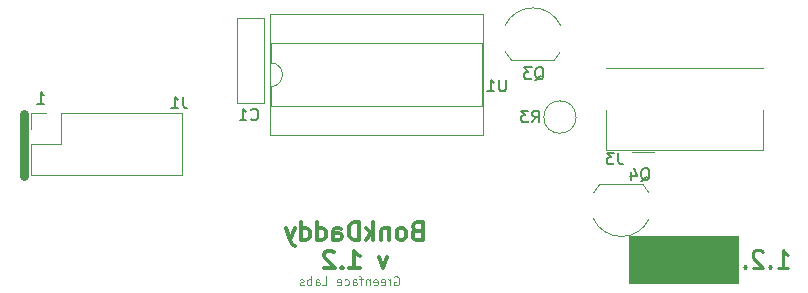
<source format=gbr>
%TF.GenerationSoftware,KiCad,Pcbnew,(6.0.1)*%
%TF.CreationDate,2022-10-21T14:46:05-07:00*%
%TF.ProjectId,BonkDaddyBoard,426f6e6b-4461-4646-9479-426f6172642e,1.2*%
%TF.SameCoordinates,Original*%
%TF.FileFunction,Legend,Bot*%
%TF.FilePolarity,Positive*%
%FSLAX46Y46*%
G04 Gerber Fmt 4.6, Leading zero omitted, Abs format (unit mm)*
G04 Created by KiCad (PCBNEW (6.0.1)) date 2022-10-21 14:46:05*
%MOMM*%
%LPD*%
G01*
G04 APERTURE LIST*
%ADD10C,0.250000*%
%ADD11C,0.120000*%
%ADD12C,0.800000*%
%ADD13C,0.150000*%
%ADD14C,0.300000*%
G04 APERTURE END LIST*
D10*
X114250000Y-72078571D02*
X115107142Y-72078571D01*
X114678571Y-72078571D02*
X114678571Y-70578571D01*
X114821428Y-70792857D01*
X114964285Y-70935714D01*
X115107142Y-71007142D01*
X113607142Y-71935714D02*
X113535714Y-72007142D01*
X113607142Y-72078571D01*
X113678571Y-72007142D01*
X113607142Y-71935714D01*
X113607142Y-72078571D01*
X112964285Y-70721428D02*
X112892857Y-70650000D01*
X112750000Y-70578571D01*
X112392857Y-70578571D01*
X112250000Y-70650000D01*
X112178571Y-70721428D01*
X112107142Y-70864285D01*
X112107142Y-71007142D01*
X112178571Y-71221428D01*
X113035714Y-72078571D01*
X112107142Y-72078571D01*
X111464285Y-71935714D02*
X111392857Y-72007142D01*
X111464285Y-72078571D01*
X111535714Y-72007142D01*
X111464285Y-71935714D01*
X111464285Y-72078571D01*
D11*
X101625000Y-69375000D02*
X110900000Y-69375000D01*
X110900000Y-69375000D02*
X110900000Y-73400000D01*
X110900000Y-73400000D02*
X101625000Y-73400000D01*
X101625000Y-73400000D02*
X101625000Y-69375000D01*
G36*
X101625000Y-69375000D02*
G01*
X110900000Y-69375000D01*
X110900000Y-73400000D01*
X101625000Y-73400000D01*
X101625000Y-69375000D01*
G37*
D12*
X50425000Y-59033400D02*
X50425000Y-64316600D01*
D11*
X81785714Y-72850000D02*
X81857142Y-72814285D01*
X81964285Y-72814285D01*
X82071428Y-72850000D01*
X82142857Y-72921428D01*
X82178571Y-72992857D01*
X82214285Y-73135714D01*
X82214285Y-73242857D01*
X82178571Y-73385714D01*
X82142857Y-73457142D01*
X82071428Y-73528571D01*
X81964285Y-73564285D01*
X81892857Y-73564285D01*
X81785714Y-73528571D01*
X81750000Y-73492857D01*
X81750000Y-73242857D01*
X81892857Y-73242857D01*
X81428571Y-73564285D02*
X81428571Y-73064285D01*
X81428571Y-73207142D02*
X81392857Y-73135714D01*
X81357142Y-73100000D01*
X81285714Y-73064285D01*
X81214285Y-73064285D01*
X80678571Y-73528571D02*
X80750000Y-73564285D01*
X80892857Y-73564285D01*
X80964285Y-73528571D01*
X81000000Y-73457142D01*
X81000000Y-73171428D01*
X80964285Y-73100000D01*
X80892857Y-73064285D01*
X80750000Y-73064285D01*
X80678571Y-73100000D01*
X80642857Y-73171428D01*
X80642857Y-73242857D01*
X81000000Y-73314285D01*
X80035714Y-73528571D02*
X80107142Y-73564285D01*
X80250000Y-73564285D01*
X80321428Y-73528571D01*
X80357142Y-73457142D01*
X80357142Y-73171428D01*
X80321428Y-73100000D01*
X80250000Y-73064285D01*
X80107142Y-73064285D01*
X80035714Y-73100000D01*
X80000000Y-73171428D01*
X80000000Y-73242857D01*
X80357142Y-73314285D01*
X79678571Y-73064285D02*
X79678571Y-73564285D01*
X79678571Y-73135714D02*
X79642857Y-73100000D01*
X79571428Y-73064285D01*
X79464285Y-73064285D01*
X79392857Y-73100000D01*
X79357142Y-73171428D01*
X79357142Y-73564285D01*
X79107142Y-73064285D02*
X78821428Y-73064285D01*
X79000000Y-73564285D02*
X79000000Y-72921428D01*
X78964285Y-72850000D01*
X78892857Y-72814285D01*
X78821428Y-72814285D01*
X78250000Y-73564285D02*
X78250000Y-73171428D01*
X78285714Y-73100000D01*
X78357142Y-73064285D01*
X78500000Y-73064285D01*
X78571428Y-73100000D01*
X78250000Y-73528571D02*
X78321428Y-73564285D01*
X78500000Y-73564285D01*
X78571428Y-73528571D01*
X78607142Y-73457142D01*
X78607142Y-73385714D01*
X78571428Y-73314285D01*
X78500000Y-73278571D01*
X78321428Y-73278571D01*
X78250000Y-73242857D01*
X77571428Y-73528571D02*
X77642857Y-73564285D01*
X77785714Y-73564285D01*
X77857142Y-73528571D01*
X77892857Y-73492857D01*
X77928571Y-73421428D01*
X77928571Y-73207142D01*
X77892857Y-73135714D01*
X77857142Y-73100000D01*
X77785714Y-73064285D01*
X77642857Y-73064285D01*
X77571428Y-73100000D01*
X76964285Y-73528571D02*
X77035714Y-73564285D01*
X77178571Y-73564285D01*
X77250000Y-73528571D01*
X77285714Y-73457142D01*
X77285714Y-73171428D01*
X77250000Y-73100000D01*
X77178571Y-73064285D01*
X77035714Y-73064285D01*
X76964285Y-73100000D01*
X76928571Y-73171428D01*
X76928571Y-73242857D01*
X77285714Y-73314285D01*
X75678571Y-73564285D02*
X76035714Y-73564285D01*
X76035714Y-72814285D01*
X75107142Y-73564285D02*
X75107142Y-73171428D01*
X75142857Y-73100000D01*
X75214285Y-73064285D01*
X75357142Y-73064285D01*
X75428571Y-73100000D01*
X75107142Y-73528571D02*
X75178571Y-73564285D01*
X75357142Y-73564285D01*
X75428571Y-73528571D01*
X75464285Y-73457142D01*
X75464285Y-73385714D01*
X75428571Y-73314285D01*
X75357142Y-73278571D01*
X75178571Y-73278571D01*
X75107142Y-73242857D01*
X74750000Y-73564285D02*
X74750000Y-72814285D01*
X74750000Y-73100000D02*
X74678571Y-73064285D01*
X74535714Y-73064285D01*
X74464285Y-73100000D01*
X74428571Y-73135714D01*
X74392857Y-73207142D01*
X74392857Y-73421428D01*
X74428571Y-73492857D01*
X74464285Y-73528571D01*
X74535714Y-73564285D01*
X74678571Y-73564285D01*
X74750000Y-73528571D01*
X74107142Y-73528571D02*
X74035714Y-73564285D01*
X73892857Y-73564285D01*
X73821428Y-73528571D01*
X73785714Y-73457142D01*
X73785714Y-73421428D01*
X73821428Y-73350000D01*
X73892857Y-73314285D01*
X74000000Y-73314285D01*
X74071428Y-73278571D01*
X74107142Y-73207142D01*
X74107142Y-73171428D01*
X74071428Y-73100000D01*
X74000000Y-73064285D01*
X73892857Y-73064285D01*
X73821428Y-73100000D01*
D13*
X51564285Y-58177380D02*
X52135714Y-58177380D01*
X51850000Y-58177380D02*
X51850000Y-57177380D01*
X51945238Y-57320238D01*
X52040476Y-57415476D01*
X52135714Y-57463095D01*
D14*
X83689285Y-68935357D02*
X83475000Y-69006785D01*
X83403571Y-69078214D01*
X83332142Y-69221071D01*
X83332142Y-69435357D01*
X83403571Y-69578214D01*
X83475000Y-69649642D01*
X83617857Y-69721071D01*
X84189285Y-69721071D01*
X84189285Y-68221071D01*
X83689285Y-68221071D01*
X83546428Y-68292500D01*
X83475000Y-68363928D01*
X83403571Y-68506785D01*
X83403571Y-68649642D01*
X83475000Y-68792500D01*
X83546428Y-68863928D01*
X83689285Y-68935357D01*
X84189285Y-68935357D01*
X82475000Y-69721071D02*
X82617857Y-69649642D01*
X82689285Y-69578214D01*
X82760714Y-69435357D01*
X82760714Y-69006785D01*
X82689285Y-68863928D01*
X82617857Y-68792500D01*
X82475000Y-68721071D01*
X82260714Y-68721071D01*
X82117857Y-68792500D01*
X82046428Y-68863928D01*
X81975000Y-69006785D01*
X81975000Y-69435357D01*
X82046428Y-69578214D01*
X82117857Y-69649642D01*
X82260714Y-69721071D01*
X82475000Y-69721071D01*
X81332142Y-68721071D02*
X81332142Y-69721071D01*
X81332142Y-68863928D02*
X81260714Y-68792500D01*
X81117857Y-68721071D01*
X80903571Y-68721071D01*
X80760714Y-68792500D01*
X80689285Y-68935357D01*
X80689285Y-69721071D01*
X79975000Y-69721071D02*
X79975000Y-68221071D01*
X79832142Y-69149642D02*
X79403571Y-69721071D01*
X79403571Y-68721071D02*
X79975000Y-69292500D01*
X78760714Y-69721071D02*
X78760714Y-68221071D01*
X78403571Y-68221071D01*
X78189285Y-68292500D01*
X78046428Y-68435357D01*
X77975000Y-68578214D01*
X77903571Y-68863928D01*
X77903571Y-69078214D01*
X77975000Y-69363928D01*
X78046428Y-69506785D01*
X78189285Y-69649642D01*
X78403571Y-69721071D01*
X78760714Y-69721071D01*
X76617857Y-69721071D02*
X76617857Y-68935357D01*
X76689285Y-68792500D01*
X76832142Y-68721071D01*
X77117857Y-68721071D01*
X77260714Y-68792500D01*
X76617857Y-69649642D02*
X76760714Y-69721071D01*
X77117857Y-69721071D01*
X77260714Y-69649642D01*
X77332142Y-69506785D01*
X77332142Y-69363928D01*
X77260714Y-69221071D01*
X77117857Y-69149642D01*
X76760714Y-69149642D01*
X76617857Y-69078214D01*
X75260714Y-69721071D02*
X75260714Y-68221071D01*
X75260714Y-69649642D02*
X75403571Y-69721071D01*
X75689285Y-69721071D01*
X75832142Y-69649642D01*
X75903571Y-69578214D01*
X75975000Y-69435357D01*
X75975000Y-69006785D01*
X75903571Y-68863928D01*
X75832142Y-68792500D01*
X75689285Y-68721071D01*
X75403571Y-68721071D01*
X75260714Y-68792500D01*
X73903571Y-69721071D02*
X73903571Y-68221071D01*
X73903571Y-69649642D02*
X74046428Y-69721071D01*
X74332142Y-69721071D01*
X74475000Y-69649642D01*
X74546428Y-69578214D01*
X74617857Y-69435357D01*
X74617857Y-69006785D01*
X74546428Y-68863928D01*
X74475000Y-68792500D01*
X74332142Y-68721071D01*
X74046428Y-68721071D01*
X73903571Y-68792500D01*
X73332142Y-68721071D02*
X72975000Y-69721071D01*
X72617857Y-68721071D02*
X72975000Y-69721071D01*
X73117857Y-70078214D01*
X73189285Y-70149642D01*
X73332142Y-70221071D01*
X81189285Y-71136071D02*
X80832142Y-72136071D01*
X80475000Y-71136071D01*
X77975000Y-72136071D02*
X78832142Y-72136071D01*
X78403571Y-72136071D02*
X78403571Y-70636071D01*
X78546428Y-70850357D01*
X78689285Y-70993214D01*
X78832142Y-71064642D01*
X77332142Y-71993214D02*
X77260714Y-72064642D01*
X77332142Y-72136071D01*
X77403571Y-72064642D01*
X77332142Y-71993214D01*
X77332142Y-72136071D01*
X76689285Y-70778928D02*
X76617857Y-70707500D01*
X76475000Y-70636071D01*
X76117857Y-70636071D01*
X75975000Y-70707500D01*
X75903571Y-70778928D01*
X75832142Y-70921785D01*
X75832142Y-71064642D01*
X75903571Y-71278928D01*
X76760714Y-72136071D01*
X75832142Y-72136071D01*
D13*
%TO.C,J3*%
X100758333Y-62327380D02*
X100758333Y-63041666D01*
X100805952Y-63184523D01*
X100901190Y-63279761D01*
X101044047Y-63327380D01*
X101139285Y-63327380D01*
X100377380Y-62327380D02*
X99758333Y-62327380D01*
X100091666Y-62708333D01*
X99948809Y-62708333D01*
X99853571Y-62755952D01*
X99805952Y-62803571D01*
X99758333Y-62898809D01*
X99758333Y-63136904D01*
X99805952Y-63232142D01*
X99853571Y-63279761D01*
X99948809Y-63327380D01*
X100234523Y-63327380D01*
X100329761Y-63279761D01*
X100377380Y-63232142D01*
%TO.C,J1*%
X63885133Y-57592980D02*
X63885133Y-58307266D01*
X63932752Y-58450123D01*
X64027990Y-58545361D01*
X64170847Y-58592980D01*
X64266085Y-58592980D01*
X62885133Y-58592980D02*
X63456561Y-58592980D01*
X63170847Y-58592980D02*
X63170847Y-57592980D01*
X63266085Y-57735838D01*
X63361323Y-57831076D01*
X63456561Y-57878695D01*
%TO.C,R3*%
X93466666Y-59777380D02*
X93800000Y-59301190D01*
X94038095Y-59777380D02*
X94038095Y-58777380D01*
X93657142Y-58777380D01*
X93561904Y-58825000D01*
X93514285Y-58872619D01*
X93466666Y-58967857D01*
X93466666Y-59110714D01*
X93514285Y-59205952D01*
X93561904Y-59253571D01*
X93657142Y-59301190D01*
X94038095Y-59301190D01*
X93133333Y-58777380D02*
X92514285Y-58777380D01*
X92847619Y-59158333D01*
X92704761Y-59158333D01*
X92609523Y-59205952D01*
X92561904Y-59253571D01*
X92514285Y-59348809D01*
X92514285Y-59586904D01*
X92561904Y-59682142D01*
X92609523Y-59729761D01*
X92704761Y-59777380D01*
X92990476Y-59777380D01*
X93085714Y-59729761D01*
X93133333Y-59682142D01*
%TO.C,C1*%
X69641666Y-59507142D02*
X69689285Y-59554761D01*
X69832142Y-59602380D01*
X69927380Y-59602380D01*
X70070238Y-59554761D01*
X70165476Y-59459523D01*
X70213095Y-59364285D01*
X70260714Y-59173809D01*
X70260714Y-59030952D01*
X70213095Y-58840476D01*
X70165476Y-58745238D01*
X70070238Y-58650000D01*
X69927380Y-58602380D01*
X69832142Y-58602380D01*
X69689285Y-58650000D01*
X69641666Y-58697619D01*
X68689285Y-59602380D02*
X69260714Y-59602380D01*
X68975000Y-59602380D02*
X68975000Y-58602380D01*
X69070238Y-58745238D01*
X69165476Y-58840476D01*
X69260714Y-58888095D01*
%TO.C,Q3*%
X93685238Y-56197619D02*
X93780476Y-56150000D01*
X93875714Y-56054761D01*
X94018571Y-55911904D01*
X94113809Y-55864285D01*
X94209047Y-55864285D01*
X94161428Y-56102380D02*
X94256666Y-56054761D01*
X94351904Y-55959523D01*
X94399523Y-55769047D01*
X94399523Y-55435714D01*
X94351904Y-55245238D01*
X94256666Y-55150000D01*
X94161428Y-55102380D01*
X93970952Y-55102380D01*
X93875714Y-55150000D01*
X93780476Y-55245238D01*
X93732857Y-55435714D01*
X93732857Y-55769047D01*
X93780476Y-55959523D01*
X93875714Y-56054761D01*
X93970952Y-56102380D01*
X94161428Y-56102380D01*
X93399523Y-55102380D02*
X92780476Y-55102380D01*
X93113809Y-55483333D01*
X92970952Y-55483333D01*
X92875714Y-55530952D01*
X92828095Y-55578571D01*
X92780476Y-55673809D01*
X92780476Y-55911904D01*
X92828095Y-56007142D01*
X92875714Y-56054761D01*
X92970952Y-56102380D01*
X93256666Y-56102380D01*
X93351904Y-56054761D01*
X93399523Y-56007142D01*
%TO.C,U1*%
X91211904Y-56142380D02*
X91211904Y-56951904D01*
X91164285Y-57047142D01*
X91116666Y-57094761D01*
X91021428Y-57142380D01*
X90830952Y-57142380D01*
X90735714Y-57094761D01*
X90688095Y-57047142D01*
X90640476Y-56951904D01*
X90640476Y-56142380D01*
X89640476Y-57142380D02*
X90211904Y-57142380D01*
X89926190Y-57142380D02*
X89926190Y-56142380D01*
X90021428Y-56285238D01*
X90116666Y-56380476D01*
X90211904Y-56428095D01*
%TO.C,Q4*%
X102655238Y-64747619D02*
X102750476Y-64700000D01*
X102845714Y-64604761D01*
X102988571Y-64461904D01*
X103083809Y-64414285D01*
X103179047Y-64414285D01*
X103131428Y-64652380D02*
X103226666Y-64604761D01*
X103321904Y-64509523D01*
X103369523Y-64319047D01*
X103369523Y-63985714D01*
X103321904Y-63795238D01*
X103226666Y-63700000D01*
X103131428Y-63652380D01*
X102940952Y-63652380D01*
X102845714Y-63700000D01*
X102750476Y-63795238D01*
X102702857Y-63985714D01*
X102702857Y-64319047D01*
X102750476Y-64509523D01*
X102845714Y-64604761D01*
X102940952Y-64652380D01*
X103131428Y-64652380D01*
X101845714Y-63985714D02*
X101845714Y-64652380D01*
X102083809Y-63604761D02*
X102321904Y-64319047D01*
X101702857Y-64319047D01*
D11*
%TO.C,J3*%
X99705000Y-55195000D02*
X113025000Y-55195000D01*
X99665000Y-62075000D02*
X99665000Y-58745000D01*
X112985000Y-62075000D02*
X112985000Y-58745000D01*
X99665000Y-62075000D02*
X112985000Y-62075000D01*
X101925000Y-62295000D02*
X103725000Y-62295000D01*
%TO.C,J1*%
X50995000Y-58995000D02*
X50995000Y-60325000D01*
X53595000Y-58995000D02*
X53595000Y-61595000D01*
X50995000Y-61595000D02*
X50995000Y-64195000D01*
X63815000Y-58995000D02*
X63815000Y-64195000D01*
X50995000Y-64195000D02*
X63815000Y-64195000D01*
X53595000Y-58995000D02*
X63815000Y-58995000D01*
X52325000Y-58995000D02*
X50995000Y-58995000D01*
X53595000Y-61595000D02*
X50995000Y-61595000D01*
%TO.C,R3*%
X95800000Y-57950000D02*
X95800000Y-57880000D01*
X97170000Y-59320000D02*
G75*
G03*
X97170000Y-59320000I-1370000J0D01*
G01*
%TO.C,C1*%
X70720000Y-50905000D02*
X70720000Y-58145000D01*
X68480000Y-50905000D02*
X68480000Y-58145000D01*
X68480000Y-50905000D02*
X70720000Y-50905000D01*
X68480000Y-58145000D02*
X70720000Y-58145000D01*
%TO.C,Q3*%
X95310000Y-54525000D02*
X91710000Y-54525000D01*
X93510000Y-50075000D02*
G75*
G03*
X91153600Y-51576193I-1J-2599997D01*
G01*
X95866400Y-51576193D02*
G75*
G03*
X93510000Y-50075000I-2356402J-1098809D01*
G01*
X95310000Y-54525000D02*
G75*
G03*
X95834184Y-53797795I-1799991J1849994D01*
G01*
X91185816Y-53797795D02*
G75*
G03*
X91710000Y-54525000I2324175J1122789D01*
G01*
%TO.C,U1*%
X71245000Y-50600000D02*
X89265000Y-50600000D01*
X71305000Y-54740000D02*
X71305000Y-53090000D01*
X89265000Y-50600000D02*
X89265000Y-60880000D01*
X71305000Y-58390000D02*
X71305000Y-56740000D01*
X89265000Y-60880000D02*
X71245000Y-60880000D01*
X89205000Y-58390000D02*
X71305000Y-58390000D01*
X71245000Y-60880000D02*
X71245000Y-50600000D01*
X71305000Y-53090000D02*
X89205000Y-53090000D01*
X89205000Y-53090000D02*
X89205000Y-58390000D01*
X71305000Y-56740000D02*
G75*
G03*
X71305000Y-54740000I0J1000000D01*
G01*
%TO.C,Q4*%
X99200000Y-64985000D02*
X102800000Y-64985000D01*
X101000000Y-69435000D02*
G75*
G03*
X103356400Y-67933807I1J2599997D01*
G01*
X98643600Y-67933807D02*
G75*
G03*
X101000000Y-69435000I2356402J1098809D01*
G01*
X99200000Y-64985000D02*
G75*
G03*
X98675816Y-65712205I1799991J-1849994D01*
G01*
X103324184Y-65712205D02*
G75*
G03*
X102800000Y-64985000I-2324175J-1122789D01*
G01*
%TD*%
M02*

</source>
